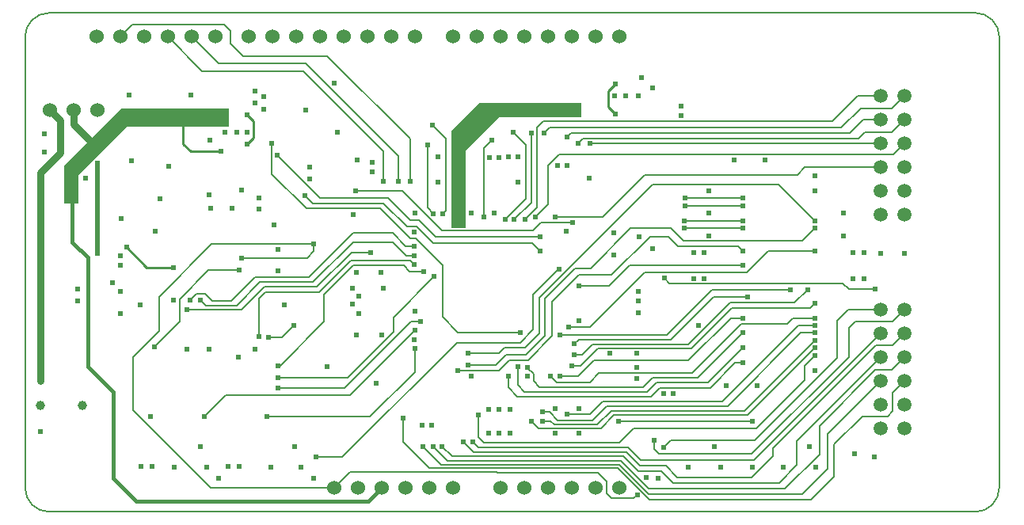
<source format=gbl>
%FSLAX25Y25*%
%MOIN*%
G70*
G01*
G75*
G04 Layer_Physical_Order=4*
G04 Layer_Color=16711680*
%ADD10O,0.06102X0.02165*%
%ADD11R,0.04921X0.01378*%
%ADD12O,0.07087X0.01181*%
%ADD13O,0.01181X0.07087*%
%ADD14R,0.02362X0.03937*%
%ADD15R,0.01772X0.03937*%
%ADD16R,0.07480X0.02835*%
%ADD17R,0.04921X0.07284*%
%ADD18R,0.09843X0.03543*%
%ADD19R,0.00984X0.03150*%
%ADD20R,0.07087X0.11811*%
%ADD21R,0.05118X0.09055*%
%ADD22R,0.07087X0.07480*%
%ADD23R,0.05512X0.06299*%
%ADD24R,0.05315X0.01575*%
%ADD25R,0.07874X0.04724*%
%ADD26R,0.04331X0.12598*%
%ADD27R,0.02953X0.02559*%
%ADD28R,0.02756X0.01969*%
%ADD29R,0.01969X0.02756*%
%ADD30R,0.05906X0.05118*%
%ADD31R,0.02362X0.01969*%
%ADD32R,0.02559X0.02953*%
%ADD33R,0.01969X0.02362*%
%ADD34C,0.00600*%
%ADD35C,0.01000*%
%ADD36C,0.01500*%
%ADD37C,0.02000*%
%ADD38C,0.03000*%
%ADD39C,0.06000*%
%ADD40C,0.05906*%
%ADD41C,0.03937*%
%ADD42C,0.02400*%
%ADD43C,0.04000*%
%ADD44C,0.06400*%
G04:AMPARAMS|DCode=45|XSize=80mil|YSize=80mil|CornerRadius=0mil|HoleSize=0mil|Usage=FLASHONLY|Rotation=0.000|XOffset=0mil|YOffset=0mil|HoleType=Round|Shape=Relief|Width=8mil|Gap=10mil|Entries=4|*
%AMTHD45*
7,0,0,0.08000,0.06000,0.00800,45*
%
%ADD45THD45*%
%ADD46C,0.09400*%
%ADD47C,0.14900*%
G04:AMPARAMS|DCode=48|XSize=50mil|YSize=50mil|CornerRadius=0mil|HoleSize=0mil|Usage=FLASHONLY|Rotation=0.000|XOffset=0mil|YOffset=0mil|HoleType=Round|Shape=Relief|Width=8mil|Gap=10mil|Entries=4|*
%AMTHD48*
7,0,0,0.05000,0.03000,0.00800,45*
%
%ADD48THD48*%
%ADD49C,0.03400*%
G36*
X234800Y166500D02*
X200300D01*
X186300Y152500D01*
Y119900D01*
X180300D01*
Y160900D01*
X192000Y172600D01*
X234800D01*
Y166500D01*
D02*
G37*
G36*
X86400Y162400D02*
X43600D01*
X23300Y142100D01*
Y130100D01*
X17200D01*
Y146100D01*
X41200Y170100D01*
X86400D01*
Y162400D01*
D02*
G37*
D34*
X85300Y49500D02*
X137444D01*
X76200Y40400D02*
X85300Y49500D01*
X137400Y17000D02*
X199375D01*
X130839Y10439D02*
X137400Y17000D01*
X78961Y10439D02*
X130839D01*
X46100Y43300D02*
X78961Y10439D01*
X199475Y16900D02*
X241800D01*
X199375Y17000D02*
X199475Y16900D01*
X46100Y43300D02*
Y65500D01*
X123100Y23400D02*
X134300D01*
X78000Y102000D02*
X91000D01*
X65900Y89900D02*
X78000Y102000D01*
X126700Y80400D02*
Y91700D01*
X108250Y61950D02*
X126700Y80400D01*
X107250Y61950D02*
X108250D01*
X155800Y76300D02*
Y82300D01*
X136400Y56900D02*
X155800Y76300D01*
X107300Y56900D02*
X136400D01*
X155800Y82300D02*
X173000Y99500D01*
X102000Y92900D02*
X124500D01*
X99300Y90200D02*
X102000Y92900D01*
X99300Y74000D02*
Y90200D01*
X101400Y95000D02*
X123700D01*
X91800Y85400D02*
X101400Y95000D01*
X68800Y85400D02*
X91800D01*
X99700Y97000D02*
X121900D01*
X89900Y87200D02*
X99700Y97000D01*
X76747Y87200D02*
X89900D01*
X97500Y99000D02*
X120300D01*
X87500Y89000D02*
X97500Y99000D01*
X79400Y89000D02*
X87500D01*
X124500Y92900D02*
X137900Y106300D01*
X123700Y95000D02*
X138100Y109400D01*
X243900Y46900D02*
X294200D01*
X238500Y41500D02*
X243900Y46900D01*
X229000Y41500D02*
X238500D01*
X239600Y38900D02*
X245600Y44900D01*
X225060Y38900D02*
X239600D01*
X221460Y42500D02*
X225060Y38900D01*
X223400Y37000D02*
X241500D01*
X221900Y38500D02*
X223400Y37000D01*
X218500Y38500D02*
X221900D01*
X218500Y42500D02*
X221460D01*
X245600Y44900D02*
X296600D01*
X247400Y42900D02*
X303591D01*
X241500Y37000D02*
X247400Y42900D01*
X248500Y41000D02*
X304841D01*
X243100Y35600D02*
X248500Y41000D01*
X216964Y35600D02*
X243100D01*
X265500Y26800D02*
Y30500D01*
X267600Y24700D02*
X306500D01*
X265500Y26800D02*
X267600Y24700D01*
X269500Y27500D02*
X272400Y30400D01*
X214064Y38500D02*
X216964Y35600D01*
X231900Y66500D02*
X235137D01*
X233900Y72900D02*
X272600D01*
X232000Y71000D02*
X233900Y72900D01*
X162700Y101500D02*
X168500D01*
X214201Y113600D02*
X217500Y110301D01*
X238500Y78000D02*
X261600Y101100D01*
X229500Y78000D02*
X238500D01*
X255323Y104023D02*
X302791D01*
X246700Y95400D02*
X255323Y104023D01*
X233800Y95400D02*
X246700D01*
X225400Y150900D02*
X366300D01*
X220800Y146300D02*
X225400Y150900D01*
X220800Y129690D02*
Y146300D01*
X229000Y158100D02*
X230700Y159800D01*
X233500Y155500D02*
X235500Y157500D01*
X238400Y155400D02*
X360800D01*
X55200Y69900D02*
X65900Y80600D01*
Y89900D01*
X40800Y200400D02*
X45900Y205500D01*
X341300Y15300D02*
Y28800D01*
X263500Y5400D02*
X331400D01*
X341300Y15300D01*
X327800Y7900D02*
X338400Y18500D01*
X263300Y7900D02*
X327800D01*
X320700Y10200D02*
X335100Y24600D01*
X263200Y10200D02*
X320700D01*
X318300Y12600D02*
X325700Y20000D01*
X273400Y12600D02*
X318300D01*
X275300Y14800D02*
X306600D01*
X272400Y30400D02*
X307800D01*
X193800Y153400D02*
X197100Y156700D01*
X206300Y160000D02*
X211600Y154700D01*
X216300Y162100D02*
X219000Y164800D01*
X219200Y159900D02*
X221500Y162200D01*
X243990Y124490D02*
X261700Y142200D01*
X325800D01*
X223906Y124490D02*
X243990D01*
X178000Y127300D02*
Y157600D01*
X172300Y163300D02*
X178000Y157600D01*
X76400Y92000D02*
X79400Y89000D01*
X72900Y92000D02*
X76400D01*
X70279Y89379D02*
X72900Y92000D01*
X74547Y89400D02*
X76747Y87200D01*
X214600Y91700D02*
X225350Y102450D01*
X214600Y77100D02*
Y91700D01*
X183000Y75800D02*
X209300D01*
X176400Y82400D02*
X183000Y75800D01*
X209100Y71600D02*
X214600Y77100D01*
X182500Y71600D02*
X209100D01*
X211200Y69400D02*
X217300Y75500D01*
X202700Y69400D02*
X211200D01*
X217300Y75500D02*
Y90500D01*
X200300Y67000D02*
X202700Y69400D01*
X187300Y67000D02*
X200300D01*
X217300Y90500D02*
X264800Y138000D01*
X203200Y66600D02*
X211600D01*
X198900Y62300D02*
X203200Y66600D01*
X187300Y62300D02*
X198900D01*
X204700Y64300D02*
X212500D01*
X200300Y59900D02*
X204700Y64300D01*
X182800Y59900D02*
X200300D01*
X211600Y66600D02*
X219400Y74400D01*
Y90100D01*
X232200Y102900D01*
X238900D01*
X233900Y100000D02*
X247700D01*
X222600Y88700D02*
X233900Y100000D01*
X222600Y74400D02*
Y88700D01*
X212500Y64300D02*
X222600Y74400D01*
X172500Y113600D02*
X214201D01*
X211000Y50900D02*
X262700D01*
X208200Y53700D02*
X211000Y50900D01*
X208200Y53700D02*
Y61358D01*
X208000Y48900D02*
X264100D01*
X204221Y52679D02*
X208000Y48900D01*
X204221Y52679D02*
Y57238D01*
X208158Y61400D02*
X208200Y61358D01*
X212300Y60895D02*
X214800Y58394D01*
Y55400D02*
Y58394D01*
Y55400D02*
X217300Y52900D01*
X260800D01*
X212300Y60895D02*
Y61300D01*
X271000Y74900D02*
X290000Y93900D01*
X225800Y74900D02*
X271000D01*
X272600Y72900D02*
X290600Y90900D01*
X280000Y70900D02*
X297500Y88400D01*
X239537Y70900D02*
X280000D01*
X235137Y66500D02*
X239537Y70900D01*
X281300Y69200D02*
X298300Y86200D01*
X241900Y69200D02*
X281300D01*
X234557Y61857D02*
X241900Y69200D01*
X269800Y98700D02*
X272054Y96446D01*
X345054D01*
X261600Y101100D02*
X304400D01*
X271600Y116100D02*
X275400Y112300D01*
X263800Y116100D02*
X271600D01*
X247700Y100000D02*
X263800Y116100D01*
X275400Y112300D02*
X300813D01*
X302791Y110322D01*
X277800Y114500D02*
X327879D01*
X272600Y119700D02*
X277800Y114500D01*
X255700Y119700D02*
X272600D01*
X238900Y102900D02*
X255700Y119700D01*
X264800Y138000D02*
X318000D01*
X290000Y93900D02*
X322800D01*
X290600Y90900D02*
X304800D01*
X297500Y88400D02*
X324700D01*
X298300Y86200D02*
X331143D01*
X240250Y64150D02*
X280050D01*
X281400Y58800D02*
X302200Y79600D01*
X297876Y81976D02*
X302791D01*
X280050Y64150D02*
X297876Y81976D01*
X323776D02*
X333218D01*
X321400Y79600D02*
X323776Y81976D01*
X302200Y79600D02*
X321400D01*
X242300Y58800D02*
X281400D01*
X238400Y54900D02*
X242300Y58800D01*
X284015Y56900D02*
X302791Y75676D01*
X264800Y56900D02*
X284015D01*
X260800Y52900D02*
X264800Y56900D01*
X299678Y63078D02*
X302791D01*
X289200Y52600D02*
X299678Y63078D01*
X267800Y52600D02*
X289200D01*
X288169Y54800D02*
X302768Y69400D01*
X266600Y54800D02*
X288169D01*
X262700Y50900D02*
X266600Y54800D01*
X264100Y48900D02*
X267800Y52600D01*
X241800Y16900D02*
X245500Y13200D01*
X250200Y18700D02*
X263500Y5400D01*
X170900Y18700D02*
X250200D01*
X159800Y29800D02*
X170900Y18700D01*
X250900Y20300D02*
X263300Y7900D01*
X175900Y20300D02*
X250900D01*
X168300Y27900D02*
X175900Y20300D01*
X251500Y21900D02*
X263200Y10200D01*
X178400Y21900D02*
X251500D01*
X172400Y27900D02*
X178400Y21900D01*
X252600Y23800D02*
X258800Y17600D01*
X180400Y23800D02*
X252600D01*
X176300Y27900D02*
X180400Y23800D01*
X253800Y25500D02*
X259600Y19700D01*
X189700Y25500D02*
X253800D01*
X185300Y29900D02*
X189700Y25500D01*
X191600Y27600D02*
X254700D01*
X189300Y29900D02*
X191600Y27600D01*
X250800Y29400D02*
X256800Y35400D01*
X193800Y29400D02*
X250800D01*
X191400Y31800D02*
X193800Y29400D01*
X191400Y31800D02*
Y41300D01*
X176662Y125962D02*
X176794Y126094D01*
X57200Y90900D02*
X79300Y113000D01*
X165100Y115400D02*
X176400Y104100D01*
X245500Y8100D02*
X247500Y6100D01*
X245500Y8100D02*
Y13200D01*
X258800Y17600D02*
X268400D01*
X247500Y6100D02*
X257000D01*
X258400Y7500D01*
X159800Y29800D02*
Y39700D01*
X170300Y128350D02*
X172725Y125925D01*
X170300Y128350D02*
Y154900D01*
X304400Y101100D02*
X313622Y110322D01*
X333218D01*
X324700Y88400D02*
X330200Y93900D01*
X331143Y86200D02*
X333218Y88275D01*
X230800Y61857D02*
X234557D01*
X328900Y61910D02*
X333218Y66228D01*
X304841Y41000D02*
X333218Y69377D01*
X303591Y42900D02*
X333218Y72527D01*
X296600Y44900D02*
X327376Y75676D01*
X333218D01*
X294200Y46900D02*
X326126Y78826D01*
X333218D01*
X302768Y69400D02*
X302791Y69377D01*
X166500Y123100D02*
X173400Y116200D01*
X217500D01*
X165700Y120400D02*
X172500Y113600D01*
X278550Y132369D02*
X302791D01*
X278550Y129220D02*
X302791D01*
X278200Y122921D02*
X302791D01*
X278200Y119771D02*
X302791D01*
X327879Y114500D02*
X333170Y119791D01*
X250435Y38400D02*
X307000D01*
X328900Y55700D02*
Y61910D01*
X256800Y35400D02*
X308600D01*
X328900Y55700D01*
X259600Y19700D02*
X270400D01*
X57200Y76600D02*
Y90900D01*
X46100Y65500D02*
X57200Y76600D01*
X270400Y19700D02*
X275300Y14800D01*
X268400Y17600D02*
X273400Y12600D01*
X176662Y125962D02*
X178000Y127300D01*
X139900Y135500D02*
X159500D01*
X176200Y118800D01*
X214500D01*
X345054Y96446D02*
X347500Y94000D01*
X318000Y138000D02*
X332900Y123100D01*
X214500Y118800D02*
X217800Y122100D01*
X231300D01*
X176400Y82400D02*
Y104100D01*
X215600Y124490D02*
X220800Y129690D01*
X211100Y123400D02*
X216300Y128600D01*
Y162100D01*
X206700Y123400D02*
X213800Y130500D01*
Y159700D01*
X214000Y159900D01*
X202800Y123400D02*
X211600Y132200D01*
Y154700D01*
X193800Y124400D02*
Y153400D01*
X137444Y49500D02*
X164780Y76836D01*
X135200Y52500D02*
X163100Y80400D01*
X167300D01*
X107300Y52500D02*
X135200D01*
X103300Y73900D02*
X108900D01*
X113900Y78900D01*
X118700Y133600D02*
X122000Y130300D01*
X104700Y142600D02*
Y155500D01*
X162900Y123100D02*
X166500D01*
X122000Y130300D02*
X151600D01*
X161500Y120400D01*
X165700D01*
X104700Y142600D02*
X119200Y128100D01*
X106900Y150500D02*
X125000Y132400D01*
X153600D01*
X162900Y123100D01*
X119200Y128100D02*
X150100D01*
X162800Y115400D01*
X165100D01*
X155600Y117700D02*
X161031Y112269D01*
X164700D01*
X155500Y113900D02*
X161068Y108332D01*
X164700D01*
X162795Y106300D02*
X164700Y104395D01*
X120300Y99000D02*
X139000Y117700D01*
X155600D01*
X160200Y104000D02*
X162700Y101500D01*
X121900Y97000D02*
X138800Y113900D01*
X155500D01*
X138100Y109400D02*
X146300D01*
X137900Y106300D02*
X162795D01*
X126700Y91700D02*
X139000Y104000D01*
X160200D01*
X221900Y57400D02*
X224400Y54900D01*
X238400D01*
X233500Y57400D02*
X240250Y64150D01*
X225900Y57400D02*
X233500D01*
X329000Y145400D02*
X360800D01*
X325800Y142200D02*
X329000Y145400D01*
X366300Y150900D02*
X370800Y155400D01*
X365600Y160200D02*
X370800Y165400D01*
X235500Y157500D02*
X351600D01*
X354300Y160200D01*
X365600D01*
X230700Y159800D02*
X347800D01*
X353400Y165400D01*
X360800D01*
X365700Y170300D02*
X370800Y175400D01*
X221500Y162200D02*
X344300D01*
X352400Y170300D01*
X365700D01*
X219000Y164800D02*
X340600D01*
X351200Y175400D01*
X360800D01*
X341300Y28800D02*
X353100Y40600D01*
X363900D01*
X307800Y30400D02*
X342700Y65300D01*
X366000Y80600D02*
X370800Y85400D01*
X254700Y27600D02*
X260000Y22300D01*
X307700D01*
X360800Y75400D01*
X306500Y24700D02*
X347400Y65600D01*
X359000Y70600D02*
X366000D01*
X370800Y75400D01*
X306600Y14800D02*
X315600Y23800D01*
Y27200D01*
X359000Y70600D01*
X325700Y20000D02*
Y30300D01*
X360800Y65400D01*
X342700Y65300D02*
Y80900D01*
X347200Y85400D01*
X360800D01*
X347400Y65600D02*
Y77900D01*
X350100Y80600D01*
X366000D01*
X358700Y60200D02*
X365600D01*
X370800Y65400D01*
X335100Y24600D02*
Y36600D01*
X358700Y60200D01*
X338400Y18500D02*
Y33000D01*
X360800Y55400D01*
X363900Y40600D02*
X366000Y42700D01*
Y50600D01*
X370800Y55400D01*
X347500Y94000D02*
X358493D01*
X134300Y23400D02*
X182500Y71600D01*
X164800Y59300D02*
Y69000D01*
X102700Y40400D02*
X145900D01*
X164800Y59300D01*
X60800Y200400D02*
X75300Y185900D01*
X70800Y200400D02*
X82200Y189000D01*
X118800D01*
X157765Y150035D01*
Y139400D02*
Y150035D01*
X45900Y205500D02*
X84700D01*
X87300Y202900D01*
Y197500D02*
Y202900D01*
Y197500D02*
X92500Y192300D01*
X75300Y185900D02*
X117800D01*
X151600Y152100D01*
Y139400D02*
Y152100D01*
X92500Y192300D02*
X128000D01*
X162800Y157500D01*
Y139400D02*
Y157500D01*
X79300Y113000D02*
X122300D01*
X122400D01*
X91842Y107258D02*
X119558D01*
X122300Y110000D01*
Y113000D01*
X800Y10400D02*
G03*
X10800Y400I10000J0D01*
G01*
Y210400D02*
G03*
X800Y200400I0J-10000D01*
G01*
X410800D02*
G03*
X400800Y210400I-10000J0D01*
G01*
Y400D02*
G03*
X410800Y10400I0J10000D01*
G01*
X800D02*
Y200400D01*
X10800Y400D02*
X400800D01*
X410800Y10400D02*
Y200400D01*
X10800Y210400D02*
X400800D01*
D35*
X94300Y167500D02*
X97000Y164800D01*
Y157900D02*
Y164800D01*
X94100Y155000D02*
X97000Y157900D01*
X246300Y177400D02*
X249300Y180400D01*
X246300Y170700D02*
Y177400D01*
Y170700D02*
X249100Y167900D01*
X67300Y155300D02*
Y164600D01*
Y155300D02*
X70400Y152200D01*
X83200D01*
X43431Y111831D02*
X51961Y103300D01*
X62757D01*
D36*
X47500Y4900D02*
X145300D01*
X37800Y14600D02*
X47500Y4900D01*
X37800Y14600D02*
Y50800D01*
X145300Y4900D02*
X150800Y10400D01*
X20600Y113900D02*
Y131200D01*
Y113900D02*
X27100Y107400D01*
Y61500D02*
Y107400D01*
Y61500D02*
X37800Y50800D01*
D37*
X31300Y109200D02*
Y146900D01*
D38*
X21300Y163400D02*
Y169500D01*
Y163400D02*
X30400Y154300D01*
X11300Y169500D02*
X15500Y165300D01*
Y151600D02*
Y165300D01*
X7092Y143192D02*
X15500Y151600D01*
X7092Y55400D02*
Y143192D01*
D39*
X130800Y10400D02*
D03*
X140800D02*
D03*
X150800D02*
D03*
X160800D02*
D03*
X170800D02*
D03*
X180800D02*
D03*
Y200400D02*
D03*
X190800D02*
D03*
X200800D02*
D03*
X210800D02*
D03*
X220800D02*
D03*
X230800D02*
D03*
X240800D02*
D03*
X250800D02*
D03*
Y10400D02*
D03*
X240800D02*
D03*
X230800D02*
D03*
X220800D02*
D03*
X210800D02*
D03*
X200800D02*
D03*
X30800Y200400D02*
D03*
X40800D02*
D03*
X50800D02*
D03*
X60800D02*
D03*
X70800D02*
D03*
X80800D02*
D03*
X31300Y169500D02*
D03*
X21300D02*
D03*
X11300D02*
D03*
X94800Y200400D02*
D03*
X104800D02*
D03*
X114800D02*
D03*
X124800D02*
D03*
X134800D02*
D03*
X144800D02*
D03*
X154800D02*
D03*
X164800D02*
D03*
D40*
X360800Y175400D02*
D03*
Y165400D02*
D03*
Y155400D02*
D03*
Y125400D02*
D03*
Y135400D02*
D03*
Y145400D02*
D03*
X370800D02*
D03*
Y135400D02*
D03*
Y125400D02*
D03*
Y155400D02*
D03*
Y165400D02*
D03*
Y175400D02*
D03*
Y85400D02*
D03*
Y75400D02*
D03*
Y65400D02*
D03*
Y35400D02*
D03*
Y45400D02*
D03*
Y55400D02*
D03*
X360800D02*
D03*
Y45400D02*
D03*
Y35400D02*
D03*
Y65400D02*
D03*
Y75400D02*
D03*
Y85400D02*
D03*
D41*
X7100Y45147D02*
D03*
X24816D02*
D03*
D42*
X253500Y175400D02*
D03*
X259000D02*
D03*
X90000Y160000D02*
D03*
X85000D02*
D03*
X94300D02*
D03*
X248900Y175400D02*
D03*
X258800Y89268D02*
D03*
Y93269D02*
D03*
X22800Y89200D02*
D03*
X146735Y147400D02*
D03*
X138800Y125400D02*
D03*
X22800Y94100D02*
D03*
X183400Y125800D02*
D03*
Y121500D02*
D03*
X231700Y167900D02*
D03*
X231800Y171400D02*
D03*
X227800D02*
D03*
Y167900D02*
D03*
X67300Y168500D02*
D03*
Y163900D02*
D03*
X78400Y156700D02*
D03*
X83200Y152200D02*
D03*
X94300Y167500D02*
D03*
X94100Y155000D02*
D03*
X97600Y177600D02*
D03*
Y172400D02*
D03*
X101200Y169800D02*
D03*
Y175000D02*
D03*
X249300Y180400D02*
D03*
X249100Y167900D02*
D03*
X260200Y183200D02*
D03*
X265000Y178700D02*
D03*
X277000Y171000D02*
D03*
Y167000D02*
D03*
X172300Y163300D02*
D03*
X109900Y87532D02*
D03*
X122300Y113000D02*
D03*
X55200Y69900D02*
D03*
X43431Y111831D02*
D03*
X225400Y102400D02*
D03*
X228500Y118500D02*
D03*
X209300Y75800D02*
D03*
X182800Y59900D02*
D03*
X217500Y110301D02*
D03*
X258800Y84300D02*
D03*
X229500Y78000D02*
D03*
X225800Y74900D02*
D03*
X269800Y98700D02*
D03*
X302791Y104023D02*
D03*
X185300Y29900D02*
D03*
X63700Y19100D02*
D03*
X74642Y27761D02*
D03*
X77300Y19100D02*
D03*
X114100Y27800D02*
D03*
X49516Y19376D02*
D03*
X76200Y40400D02*
D03*
X102700D02*
D03*
X286700Y109500D02*
D03*
X282200D02*
D03*
Y98600D02*
D03*
X312069Y148461D02*
D03*
X308751Y53498D02*
D03*
X349309Y98546D02*
D03*
X353809D02*
D03*
Y109500D02*
D03*
X349309D02*
D03*
X345221Y116621D02*
D03*
X345230Y126070D02*
D03*
X333218Y141818D02*
D03*
Y135519D02*
D03*
Y59928D02*
D03*
X40800Y93200D02*
D03*
X49300Y87500D02*
D03*
X63300Y89500D02*
D03*
X40800Y104100D02*
D03*
X40832Y108069D02*
D03*
X55600Y118600D02*
D03*
X63300Y103300D02*
D03*
X57569Y132269D02*
D03*
X26200Y140900D02*
D03*
X8770Y159639D02*
D03*
X8770Y151961D02*
D03*
X90600Y65400D02*
D03*
X88000Y128100D02*
D03*
X78811D02*
D03*
X107200Y101680D02*
D03*
Y110869D02*
D03*
X68968Y68700D02*
D03*
X78158D02*
D03*
X99100Y132400D02*
D03*
Y127900D02*
D03*
X105500Y121300D02*
D03*
X45400Y148000D02*
D03*
X61300Y145900D02*
D03*
X78100Y133800D02*
D03*
X269500Y50000D02*
D03*
X273468Y50068D02*
D03*
X284084Y78900D02*
D03*
X140700Y148600D02*
D03*
X120600Y145500D02*
D03*
X120500Y140500D02*
D03*
X358169Y23400D02*
D03*
X349832Y24763D02*
D03*
X360831Y109031D02*
D03*
X370831D02*
D03*
X171768Y36931D02*
D03*
X167776D02*
D03*
X141300Y83700D02*
D03*
X138491Y87691D02*
D03*
X196309Y149604D02*
D03*
X248685Y117848D02*
D03*
Y108659D02*
D03*
X164780Y84720D02*
D03*
X150500Y101000D02*
D03*
X151691Y94509D02*
D03*
X198325Y126120D02*
D03*
X223950Y43991D02*
D03*
X233792D02*
D03*
X246909Y67037D02*
D03*
X208115Y139209D02*
D03*
X174650D02*
D03*
X138491Y94600D02*
D03*
X140209Y101091D02*
D03*
X174694Y149800D02*
D03*
X208158D02*
D03*
X233749Y33400D02*
D03*
X164700Y118175D02*
D03*
X164851Y126200D02*
D03*
X188473D02*
D03*
X234001Y80773D02*
D03*
X258300Y56400D02*
D03*
X333461Y19039D02*
D03*
X330804Y27700D02*
D03*
X319861Y19039D02*
D03*
X267077Y14626D02*
D03*
X230800Y61857D02*
D03*
X265000Y111200D02*
D03*
X91842Y107258D02*
D03*
X91000Y102000D02*
D03*
X68800Y85400D02*
D03*
X70279Y89379D02*
D03*
X74547Y89400D02*
D03*
X164800Y69000D02*
D03*
X172725Y125925D02*
D03*
X176662Y125962D02*
D03*
X170300Y154900D02*
D03*
X193800Y124400D02*
D03*
X197100Y156700D02*
D03*
X211100Y123400D02*
D03*
X164700Y112269D02*
D03*
X104700Y155500D02*
D03*
X106900Y150500D02*
D03*
X139900Y135500D02*
D03*
X118700Y133600D02*
D03*
X219200Y159900D02*
D03*
X229000Y158100D02*
D03*
X215600Y124490D02*
D03*
X223906D02*
D03*
X358493Y94000D02*
D03*
X224863Y146268D02*
D03*
X258400Y7500D02*
D03*
X265500Y30500D02*
D03*
X269500Y27500D02*
D03*
X164700Y108332D02*
D03*
X146300Y109400D02*
D03*
X99300Y74000D02*
D03*
X164700Y104395D02*
D03*
X113900Y78900D02*
D03*
X103300Y73900D02*
D03*
X167300Y80400D02*
D03*
X164780Y76836D02*
D03*
X159800Y39700D02*
D03*
X168300Y27900D02*
D03*
X172400D02*
D03*
X189300Y29900D02*
D03*
X228855Y146268D02*
D03*
X299318Y148412D02*
D03*
X217500Y116200D02*
D03*
X238300Y140900D02*
D03*
X223906Y33400D02*
D03*
X250435Y38400D02*
D03*
X231900Y66500D02*
D03*
X187300Y62300D02*
D03*
Y67000D02*
D03*
X218500Y42500D02*
D03*
X229000Y41500D02*
D03*
X218500Y38500D02*
D03*
X214064D02*
D03*
X204200Y57400D02*
D03*
X232000Y71000D02*
D03*
X333218Y122921D02*
D03*
X333170Y119791D02*
D03*
X302791Y129220D02*
D03*
X278550D02*
D03*
X302791Y119771D02*
D03*
X278200D02*
D03*
X302791Y110322D02*
D03*
X295957Y53498D02*
D03*
X302791Y81976D02*
D03*
Y75676D02*
D03*
Y69377D02*
D03*
Y63078D02*
D03*
X333218Y110322D02*
D03*
Y88275D02*
D03*
Y81976D02*
D03*
Y78826D02*
D03*
Y75676D02*
D03*
Y72527D02*
D03*
Y69377D02*
D03*
Y66228D02*
D03*
X225900Y57400D02*
D03*
X233800Y95400D02*
D03*
X322800Y93900D02*
D03*
X304800Y90900D02*
D03*
X330200Y93900D02*
D03*
X238400Y155400D02*
D03*
X233500Y155500D02*
D03*
X288440Y135519D02*
D03*
X278550Y132369D02*
D03*
X302791D02*
D03*
X288400Y126200D02*
D03*
X278200Y122921D02*
D03*
X302791D02*
D03*
X288440Y116621D02*
D03*
X307000Y38400D02*
D03*
X70500Y175900D02*
D03*
X44535D02*
D03*
X7100Y34239D02*
D03*
X31300Y109200D02*
D03*
Y147300D02*
D03*
X258300Y67000D02*
D03*
Y61100D02*
D03*
X116758Y19139D02*
D03*
X104243Y19061D02*
D03*
X279900Y19100D02*
D03*
X290843Y27761D02*
D03*
X293500Y19100D02*
D03*
X132152Y160048D02*
D03*
X91800Y135900D02*
D03*
X188500Y57400D02*
D03*
X40800Y83900D02*
D03*
X204800Y43400D02*
D03*
X206700Y123400D02*
D03*
X97637Y68800D02*
D03*
X37500Y96700D02*
D03*
X286700Y98600D02*
D03*
X231300Y122100D02*
D03*
X54100Y19400D02*
D03*
X259300Y116300D02*
D03*
X262142Y14688D02*
D03*
X307000Y19200D02*
D03*
X202800Y123400D02*
D03*
X200284Y149604D02*
D03*
X204300Y149800D02*
D03*
X206300Y160000D02*
D03*
X213800Y159900D02*
D03*
X164700Y72899D02*
D03*
X150916Y74868D02*
D03*
X141300Y91100D02*
D03*
X168500Y101500D02*
D03*
X173000Y99500D02*
D03*
X107300Y52500D02*
D03*
Y56900D02*
D03*
X107250Y61950D02*
D03*
X191400Y41300D02*
D03*
X195800Y43400D02*
D03*
X212300Y61300D02*
D03*
X208158Y61400D02*
D03*
X200284Y43400D02*
D03*
X195800Y33500D02*
D03*
X200300Y33432D02*
D03*
X204800Y33500D02*
D03*
X176300Y27900D02*
D03*
X41300Y123900D02*
D03*
X140300Y74900D02*
D03*
X221900Y57400D02*
D03*
X212100D02*
D03*
X7100Y55400D02*
D03*
X122100Y14400D02*
D03*
X90835Y19400D02*
D03*
X86100D02*
D03*
X123100Y23400D02*
D03*
X82100Y14400D02*
D03*
X146735Y143500D02*
D03*
X151600Y139400D02*
D03*
X157765D02*
D03*
X162800D02*
D03*
X118800Y169335D02*
D03*
X130800Y180900D02*
D03*
X148500Y54500D02*
D03*
X53500Y40400D02*
D03*
X127800Y61665D02*
D03*
M02*

</source>
